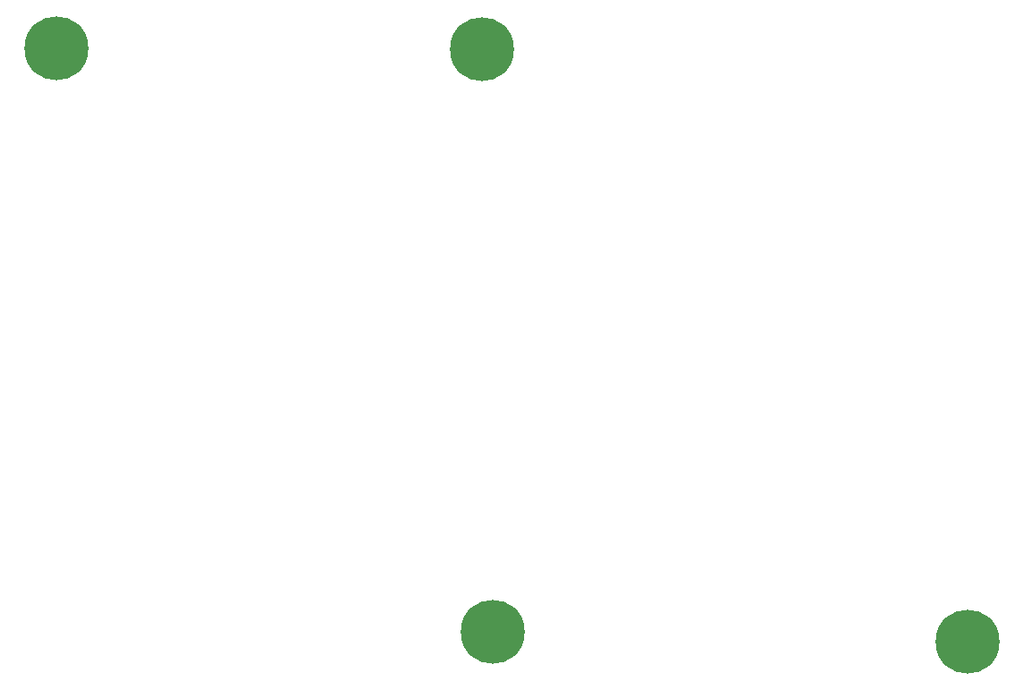
<source format=gbr>
G04 EAGLE Gerber RS-274X export*
G75*
%MOMM*%
%FSLAX34Y34*%
%LPD*%
%INSoldermask Bottom*%
%IPPOS*%
%AMOC8*
5,1,8,0,0,1.08239X$1,22.5*%
G01*
%ADD10C,6.045200*%


D10*
X649829Y838155D03*
X247329Y838755D03*
X1108429Y277755D03*
X659529Y286755D03*
M02*

</source>
